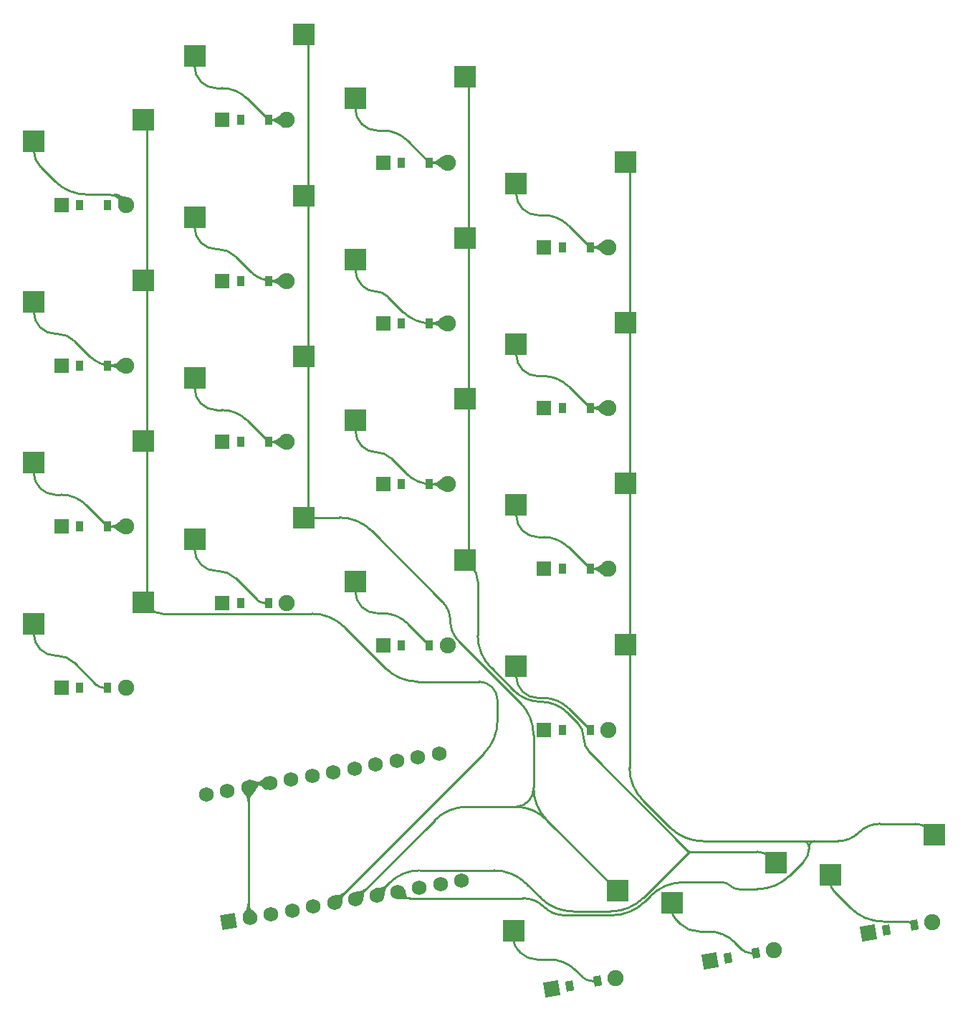
<source format=gbr>
%TF.GenerationSoftware,KiCad,Pcbnew,(6.0.6)*%
%TF.CreationDate,2022-07-20T03:50:55+02:00*%
%TF.ProjectId,macropad_routed_rounded_jlc,6d616372-6f70-4616-945f-726f75746564,v1.0.0*%
%TF.SameCoordinates,Original*%
%TF.FileFunction,Copper,L2,Bot*%
%TF.FilePolarity,Positive*%
%FSLAX46Y46*%
G04 Gerber Fmt 4.6, Leading zero omitted, Abs format (unit mm)*
G04 Created by KiCad (PCBNEW (6.0.6)) date 2022-07-20 03:50:55*
%MOMM*%
%LPD*%
G01*
G04 APERTURE LIST*
G04 Aperture macros list*
%AMRotRect*
0 Rectangle, with rotation*
0 The origin of the aperture is its center*
0 $1 length*
0 $2 width*
0 $3 Rotation angle, in degrees counterclockwise*
0 Add horizontal line*
21,1,$1,$2,0,0,$3*%
G04 Aperture macros list end*
%TA.AperFunction,ComponentPad*%
%ADD10RotRect,1.752600X1.752600X10.000000*%
%TD*%
%TA.AperFunction,ComponentPad*%
%ADD11C,1.752600*%
%TD*%
%TA.AperFunction,SMDPad,CuDef*%
%ADD12R,2.550000X2.500000*%
%TD*%
%TA.AperFunction,ComponentPad*%
%ADD13C,1.905000*%
%TD*%
%TA.AperFunction,SMDPad,CuDef*%
%ADD14R,0.900000X1.200000*%
%TD*%
%TA.AperFunction,ComponentPad*%
%ADD15R,1.778000X1.778000*%
%TD*%
%TA.AperFunction,SMDPad,CuDef*%
%ADD16RotRect,0.900000X1.200000X10.000000*%
%TD*%
%TA.AperFunction,ComponentPad*%
%ADD17RotRect,1.778000X1.778000X10.000000*%
%TD*%
%TA.AperFunction,Conductor*%
%ADD18C,0.250000*%
%TD*%
G04 APERTURE END LIST*
D10*
%TO.P,MCU1,1*%
%TO.N,RAW*%
X87073685Y-162740100D03*
D11*
%TO.P,MCU1,2*%
%TO.N,GND*%
X89575096Y-162299034D03*
%TO.P,MCU1,3*%
%TO.N,RST*%
X92076508Y-161857967D03*
%TO.P,MCU1,4*%
%TO.N,VCC*%
X94577920Y-161416901D03*
%TO.P,MCU1,5*%
%TO.N,P21*%
X97079332Y-160975835D03*
%TO.P,MCU1,6*%
%TO.N,P20*%
X99580743Y-160534768D03*
%TO.P,MCU1,7*%
%TO.N,P19*%
X102082155Y-160093702D03*
%TO.P,MCU1,8*%
%TO.N,P18*%
X104583567Y-159652636D03*
%TO.P,MCU1,9*%
%TO.N,P15*%
X107084978Y-159211569D03*
%TO.P,MCU1,10*%
%TO.N,P14*%
X109586390Y-158770503D03*
%TO.P,MCU1,11*%
%TO.N,P16*%
X112087802Y-158329436D03*
%TO.P,MCU1,12*%
%TO.N,P10*%
X114589213Y-157888370D03*
%TO.P,MCU1,13*%
%TO.N,P1*%
X84427287Y-147731630D03*
%TO.P,MCU1,14*%
%TO.N,P0*%
X86928698Y-147290564D03*
%TO.P,MCU1,15*%
%TO.N,GND*%
X89430110Y-146849497D03*
%TO.P,MCU1,16*%
X91931522Y-146408431D03*
%TO.P,MCU1,17*%
%TO.N,P2*%
X94432933Y-145967364D03*
%TO.P,MCU1,18*%
%TO.N,P3*%
X96934345Y-145526298D03*
%TO.P,MCU1,19*%
%TO.N,P4*%
X99435757Y-145085232D03*
%TO.P,MCU1,20*%
%TO.N,P5*%
X101937168Y-144644165D03*
%TO.P,MCU1,21*%
%TO.N,P6*%
X104438580Y-144203099D03*
%TO.P,MCU1,22*%
%TO.N,P7*%
X106939992Y-143762033D03*
%TO.P,MCU1,23*%
%TO.N,P8*%
X109441404Y-143320966D03*
%TO.P,MCU1,24*%
%TO.N,P9*%
X111942815Y-142879900D03*
%TD*%
D12*
%TO.P,S7,1*%
%TO.N,c2_r3*%
X83053250Y-79560000D03*
%TO.P,S7,2*%
%TO.N,P19*%
X95980250Y-77020000D03*
%TD*%
D13*
%TO.P,D1,1*%
%TO.N,c1_r1*%
X74948250Y-135100000D03*
D14*
%TO.N,P6*%
X69488250Y-135100000D03*
%TO.P,D1,2*%
%TO.N,c1_r1*%
X72788250Y-135100000D03*
D15*
%TO.N,P6*%
X67328250Y-135100000D03*
%TD*%
D12*
%TO.P,S4,1*%
%TO.N,c1_r4*%
X64053250Y-70560000D03*
%TO.P,S4,2*%
%TO.N,P20*%
X76980250Y-68020000D03*
%TD*%
%TO.P,S3,1*%
%TO.N,c1_r3*%
X64053250Y-89560000D03*
%TO.P,S3,2*%
%TO.N,P20*%
X76980250Y-87020000D03*
%TD*%
%TO.P,S8,1*%
%TO.N,c2_r4*%
X83053250Y-60560000D03*
%TO.P,S8,2*%
%TO.N,P19*%
X95980250Y-58020000D03*
%TD*%
D13*
%TO.P,D16,1*%
%TO.N,c4_r4*%
X131948250Y-83100000D03*
D14*
%TO.N,P3*%
X126488250Y-83100000D03*
D15*
%TO.P,D16,2*%
X124328250Y-83100000D03*
D14*
%TO.N,c4_r4*%
X129788250Y-83100000D03*
%TD*%
D13*
%TO.P,D10,1*%
%TO.N,c3_r2*%
X112948250Y-111100000D03*
D14*
%TO.N,P5*%
X107488250Y-111100000D03*
D15*
%TO.P,D10,2*%
X105328250Y-111100000D03*
D14*
%TO.N,c3_r2*%
X110788250Y-111100000D03*
%TD*%
%TO.P,D6,1*%
%TO.N,P5*%
X88488250Y-106100000D03*
D13*
%TO.N,c2_r2*%
X93948250Y-106100000D03*
D14*
%TO.P,D6,2*%
X91788250Y-106100000D03*
D15*
%TO.N,P5*%
X86328250Y-106100000D03*
%TD*%
D12*
%TO.P,S13,1*%
%TO.N,c4_r1*%
X121053250Y-132560000D03*
%TO.P,S13,2*%
%TO.N,P15*%
X133980250Y-130020000D03*
%TD*%
D14*
%TO.P,D8,1*%
%TO.N,P3*%
X88488250Y-68100000D03*
D13*
%TO.N,c2_r4*%
X93948250Y-68100000D03*
D14*
%TO.P,D8,2*%
X91788250Y-68100000D03*
D15*
%TO.N,P3*%
X86328250Y-68100000D03*
%TD*%
D12*
%TO.P,S5,1*%
%TO.N,c2_r1*%
X83053250Y-117560000D03*
%TO.P,S5,2*%
%TO.N,P19*%
X95980250Y-115020000D03*
%TD*%
D13*
%TO.P,D7,1*%
%TO.N,c2_r3*%
X93948250Y-87100000D03*
D14*
%TO.N,P4*%
X88488250Y-87100000D03*
D15*
%TO.P,D7,2*%
X86328250Y-87100000D03*
D14*
%TO.N,c2_r3*%
X91788250Y-87100000D03*
%TD*%
D13*
%TO.P,D19,1*%
%TO.N,c7_r5*%
X170181304Y-162763808D03*
D16*
%TO.N,P2*%
X164804253Y-163711927D03*
%TO.P,D19,2*%
%TO.N,c7_r5*%
X168054119Y-163138889D03*
D17*
%TO.N,P2*%
X162677068Y-164087008D03*
%TD*%
D12*
%TO.P,S2,1*%
%TO.N,c1_r2*%
X64053250Y-108560000D03*
%TO.P,S2,2*%
%TO.N,P20*%
X76980250Y-106020000D03*
%TD*%
D13*
%TO.P,D15,1*%
%TO.N,c4_r3*%
X131948250Y-102100000D03*
D14*
%TO.N,P4*%
X126488250Y-102100000D03*
D15*
%TO.P,D15,2*%
X124328250Y-102100000D03*
D14*
%TO.N,c4_r3*%
X129788250Y-102100000D03*
%TD*%
D12*
%TO.P,S9,1*%
%TO.N,c3_r1*%
X102053250Y-122560000D03*
%TO.P,S9,2*%
%TO.N,P18*%
X114980250Y-120020000D03*
%TD*%
%TO.P,S17,1*%
%TO.N,c5_r5*%
X120719821Y-163828886D03*
%TO.P,S17,2*%
%TO.N,P19*%
X133009364Y-159082724D03*
%TD*%
D14*
%TO.P,D14,1*%
%TO.N,P5*%
X126488250Y-121100000D03*
D13*
%TO.N,c4_r2*%
X131948250Y-121100000D03*
D14*
%TO.P,D14,2*%
X129788250Y-121100000D03*
D15*
%TO.N,P5*%
X124328250Y-121100000D03*
%TD*%
D12*
%TO.P,S14,1*%
%TO.N,c4_r2*%
X121053250Y-113560000D03*
%TO.P,S14,2*%
%TO.N,P15*%
X133980250Y-111020000D03*
%TD*%
D14*
%TO.P,D4,1*%
%TO.N,P3*%
X69488250Y-78100000D03*
D13*
%TO.N,c1_r4*%
X74948250Y-78100000D03*
D14*
%TO.P,D4,2*%
X72788250Y-78100000D03*
D15*
%TO.N,P3*%
X67328250Y-78100000D03*
%TD*%
D14*
%TO.P,D5,1*%
%TO.N,P6*%
X88488250Y-125100000D03*
D13*
%TO.N,c2_r1*%
X93948250Y-125100000D03*
D15*
%TO.P,D5,2*%
%TO.N,P6*%
X86328250Y-125100000D03*
D14*
%TO.N,c2_r1*%
X91788250Y-125100000D03*
%TD*%
%TO.P,D12,1*%
%TO.N,P3*%
X107488250Y-73100000D03*
D13*
%TO.N,c3_r4*%
X112948250Y-73100000D03*
D14*
%TO.P,D12,2*%
X110788250Y-73100000D03*
D15*
%TO.N,P3*%
X105328250Y-73100000D03*
%TD*%
D12*
%TO.P,S1,1*%
%TO.N,c1_r1*%
X64053250Y-127560000D03*
%TO.P,S1,2*%
%TO.N,P20*%
X76980250Y-125020000D03*
%TD*%
%TO.P,S12,1*%
%TO.N,c3_r4*%
X102053250Y-65560000D03*
%TO.P,S12,2*%
%TO.N,P18*%
X114980250Y-63020000D03*
%TD*%
%TO.P,S19,1*%
%TO.N,c7_r5*%
X158142516Y-157230255D03*
%TO.P,S19,2*%
%TO.N,P15*%
X170432059Y-152484093D03*
%TD*%
D13*
%TO.P,D17,1*%
%TO.N,c5_r5*%
X132758609Y-169362439D03*
D16*
%TO.N,P2*%
X127381558Y-170310558D03*
%TO.P,D17,2*%
%TO.N,c5_r5*%
X130631424Y-169737520D03*
D17*
%TO.N,P2*%
X125254373Y-170685639D03*
%TD*%
D12*
%TO.P,S6,1*%
%TO.N,c2_r2*%
X83053250Y-98560000D03*
%TO.P,S6,2*%
%TO.N,P19*%
X95980250Y-96020000D03*
%TD*%
D13*
%TO.P,D3,1*%
%TO.N,c1_r3*%
X74948250Y-97100000D03*
D14*
%TO.N,P4*%
X69488250Y-97100000D03*
%TO.P,D3,2*%
%TO.N,c1_r3*%
X72788250Y-97100000D03*
D15*
%TO.N,P4*%
X67328250Y-97100000D03*
%TD*%
D12*
%TO.P,S15,1*%
%TO.N,c4_r3*%
X121053250Y-94560000D03*
%TO.P,S15,2*%
%TO.N,P15*%
X133980250Y-92020000D03*
%TD*%
D13*
%TO.P,D13,1*%
%TO.N,c4_r1*%
X131948250Y-140100000D03*
D14*
%TO.N,P6*%
X126488250Y-140100000D03*
%TO.P,D13,2*%
%TO.N,c4_r1*%
X129788250Y-140100000D03*
D15*
%TO.N,P6*%
X124328250Y-140100000D03*
%TD*%
D12*
%TO.P,S16,1*%
%TO.N,c4_r4*%
X121053250Y-75560000D03*
%TO.P,S16,2*%
%TO.N,P15*%
X133980250Y-73020000D03*
%TD*%
D13*
%TO.P,D11,1*%
%TO.N,c3_r3*%
X112948250Y-92100000D03*
D14*
%TO.N,P4*%
X107488250Y-92100000D03*
D15*
%TO.P,D11,2*%
X105328250Y-92100000D03*
D14*
%TO.N,c3_r3*%
X110788250Y-92100000D03*
%TD*%
D13*
%TO.P,D2,1*%
%TO.N,c1_r2*%
X74948250Y-116100000D03*
D14*
%TO.N,P5*%
X69488250Y-116100000D03*
D15*
%TO.P,D2,2*%
X67328250Y-116100000D03*
D14*
%TO.N,c1_r2*%
X72788250Y-116100000D03*
%TD*%
D12*
%TO.P,S18,1*%
%TO.N,c6_r5*%
X139431168Y-160529571D03*
%TO.P,S18,2*%
%TO.N,P18*%
X151720711Y-155783409D03*
%TD*%
D14*
%TO.P,D9,1*%
%TO.N,P6*%
X107488250Y-130100000D03*
D13*
%TO.N,c3_r1*%
X112948250Y-130100000D03*
D15*
%TO.P,D9,2*%
%TO.N,P6*%
X105328250Y-130100000D03*
D14*
%TO.N,c3_r1*%
X110788250Y-130100000D03*
%TD*%
D12*
%TO.P,S10,1*%
%TO.N,c3_r2*%
X102053250Y-103560000D03*
%TO.P,S10,2*%
%TO.N,P18*%
X114980250Y-101020000D03*
%TD*%
D13*
%TO.P,D18,1*%
%TO.N,c6_r5*%
X151469956Y-166063123D03*
D16*
%TO.N,P2*%
X146092905Y-167011242D03*
D17*
%TO.P,D18,2*%
X143965720Y-167386323D03*
D16*
%TO.N,c6_r5*%
X149342771Y-166438204D03*
%TD*%
D12*
%TO.P,S11,1*%
%TO.N,c3_r3*%
X102053250Y-84560000D03*
%TO.P,S11,2*%
%TO.N,P18*%
X114980250Y-82020000D03*
%TD*%
D18*
%TO.N,c1_r1*%
X68868008Y-132191924D02*
X71418229Y-134742145D01*
X72282167Y-135100000D02*
X72788250Y-135100000D01*
X64053250Y-128769177D02*
X64053250Y-127560000D01*
X66776084Y-131325421D02*
X66609493Y-131325421D01*
X66609493Y-131325432D02*
G75*
G02*
X64801956Y-130576714I7J2556232D01*
G01*
X66776084Y-131325418D02*
G75*
G02*
X68868008Y-132191924I16J-2958382D01*
G01*
X72282167Y-135100021D02*
G75*
G02*
X71418229Y-134742145I33J1221821D01*
G01*
X64801943Y-130576727D02*
G75*
G02*
X64053250Y-128769177I1807557J1807527D01*
G01*
%TO.N,P20*%
X116656443Y-134400480D02*
X109455671Y-134400480D01*
X77211960Y-68251710D02*
X76980250Y-68020000D01*
X118840149Y-139021398D02*
X118840149Y-136584185D01*
X100772031Y-127970803D02*
X105607915Y-132806687D01*
X77443671Y-68811109D02*
X77443671Y-86228890D01*
X77211960Y-125251710D02*
X77658755Y-125698505D01*
X77443671Y-124228890D02*
X77443671Y-106811109D01*
X117246356Y-142869154D02*
X99580743Y-160534768D01*
X77443671Y-105228890D02*
X77443671Y-87811109D01*
X96924275Y-126377011D02*
X79296812Y-126377011D01*
X77211957Y-124788286D02*
G75*
G03*
X77443671Y-124228890I-559357J559386D01*
G01*
X118840146Y-136584185D02*
G75*
G03*
X118200556Y-135040072I-2183746J-15D01*
G01*
X79296812Y-126376987D02*
G75*
G02*
X77658756Y-125698504I-12J2316587D01*
G01*
X77211957Y-86788286D02*
G75*
G03*
X77443671Y-86228890I-559357J559386D01*
G01*
X117246357Y-142869155D02*
G75*
G03*
X118840149Y-139021398I-3847757J3847755D01*
G01*
X96924275Y-126377040D02*
G75*
G02*
X100772031Y-127970803I25J-5441560D01*
G01*
X77211960Y-106251710D02*
G75*
G02*
X77211960Y-105788289I231740J231710D01*
G01*
X77443675Y-106811109D02*
G75*
G03*
X77211959Y-106251711I-791075J9D01*
G01*
X77211960Y-125251710D02*
G75*
G02*
X77211960Y-124788289I231740J231710D01*
G01*
X116656443Y-134400454D02*
G75*
G02*
X118200556Y-135040072I-43J-2183746D01*
G01*
X77211957Y-105788286D02*
G75*
G03*
X77443671Y-105228890I-559357J559386D01*
G01*
X77443675Y-68811109D02*
G75*
G03*
X77211959Y-68251711I-791075J9D01*
G01*
X77211960Y-87251710D02*
G75*
G02*
X77211960Y-86788289I231740J231710D01*
G01*
X77443675Y-87811109D02*
G75*
G03*
X77211959Y-87251711I-791075J9D01*
G01*
X109455671Y-134400491D02*
G75*
G02*
X105607915Y-132806687I29J5441591D01*
G01*
%TO.N,c1_r2*%
X72788796Y-116100000D02*
X74948250Y-116100000D01*
X70238768Y-113549972D02*
X72788796Y-116100000D01*
X64053250Y-109769177D02*
X64053250Y-108560000D01*
X67282440Y-112325421D02*
X66609493Y-112325421D01*
X67282440Y-112325393D02*
G75*
G02*
X70238768Y-113549972I-40J-4180907D01*
G01*
X64801943Y-111576727D02*
G75*
G02*
X64053250Y-109769177I1807557J1807527D01*
G01*
X66609493Y-112325432D02*
G75*
G02*
X64801956Y-111576714I7J2556232D01*
G01*
%TO.N,c1_r3*%
X73362167Y-97100000D02*
X74948250Y-97100000D01*
X64053250Y-90769177D02*
X64053250Y-89560000D01*
X66609493Y-93325421D02*
X66776084Y-93325421D01*
X70654553Y-95978469D02*
X68868008Y-94191924D01*
X66609493Y-93325432D02*
G75*
G02*
X64801956Y-92576714I7J2556232D01*
G01*
X73362167Y-97100006D02*
G75*
G02*
X70654553Y-95978469I33J3829206D01*
G01*
X64801943Y-92576727D02*
G75*
G02*
X64053250Y-90769177I1807557J1807527D01*
G01*
X66776084Y-93325418D02*
G75*
G02*
X68868008Y-94191924I16J-2958382D01*
G01*
%TO.N,c1_r4*%
X70365694Y-76886489D02*
X72876657Y-76886489D01*
X74341494Y-77493244D02*
X74948250Y-78100000D01*
X66517938Y-75292696D02*
X64855111Y-73629869D01*
X64053250Y-71694004D02*
X64053250Y-70560000D01*
X64855108Y-73629872D02*
G75*
G02*
X64053250Y-71694004I1935892J1935872D01*
G01*
X72876657Y-76886525D02*
G75*
G02*
X74341494Y-77493244I43J-2071575D01*
G01*
X70365694Y-76886481D02*
G75*
G02*
X66517938Y-75292696I6J5441581D01*
G01*
%TO.N,c2_r1*%
X85609493Y-121325421D02*
X85776084Y-121325421D01*
X90418229Y-124742145D02*
X87868008Y-122191924D01*
X91282167Y-125100000D02*
X91788250Y-125100000D01*
X83053250Y-118769177D02*
X83053250Y-117560000D01*
X85609493Y-121325432D02*
G75*
G02*
X83801956Y-120576714I7J2556232D01*
G01*
X85776084Y-121325418D02*
G75*
G02*
X87868008Y-122191924I16J-2958382D01*
G01*
X83801943Y-120576727D02*
G75*
G02*
X83053250Y-118769177I1807557J1807527D01*
G01*
X91282167Y-125100021D02*
G75*
G02*
X90418229Y-124742145I33J1221821D01*
G01*
%TO.N,P19*%
X96443671Y-76228890D02*
X96443671Y-58811109D01*
X96211960Y-58251710D02*
X95980250Y-58020000D01*
X121506207Y-136851990D02*
X114239054Y-129584837D01*
X96443671Y-96811109D02*
X96443671Y-114228890D01*
X112306187Y-124918483D02*
X104001496Y-116613792D01*
X111408704Y-150767152D02*
X102082155Y-160093702D01*
X123100000Y-146919396D02*
X123100000Y-140699746D01*
X96307938Y-115020000D02*
X100153740Y-115020000D01*
X121100001Y-149173360D02*
X115256460Y-149173360D01*
X124693792Y-150767152D02*
X133009364Y-159082724D01*
X96443671Y-95228890D02*
X96443671Y-77811109D01*
X96443675Y-58811109D02*
G75*
G03*
X96211959Y-58251711I-791075J9D01*
G01*
X96211960Y-96251710D02*
G75*
G02*
X96211960Y-95788289I231740J231710D01*
G01*
X100153740Y-115019987D02*
G75*
G02*
X104001495Y-116613793I-40J-5441613D01*
G01*
X113272645Y-127251660D02*
G75*
G03*
X112306186Y-124918484I-3299645J-40D01*
G01*
X124693780Y-150767164D02*
G75*
G02*
X123100000Y-146919396I3847820J3847764D01*
G01*
X96211960Y-77251710D02*
G75*
G02*
X96211960Y-76788289I231740J231710D01*
G01*
X96443675Y-96811109D02*
G75*
G03*
X96211959Y-96251711I-791075J9D01*
G01*
X111408726Y-150767174D02*
G75*
G02*
X115256460Y-149173360I3847774J-3847726D01*
G01*
X123100066Y-146919392D02*
G75*
G02*
X121100001Y-149173359I-2135066J-119808D01*
G01*
X96211957Y-114788286D02*
G75*
G03*
X96443671Y-114228890I-559357J559386D01*
G01*
X96443675Y-77811109D02*
G75*
G03*
X96211959Y-77251711I-791075J9D01*
G01*
X121100000Y-149173386D02*
G75*
G02*
X124693791Y-150767153I-133400J-5149514D01*
G01*
X123099952Y-140699746D02*
G75*
G03*
X121506207Y-136851990I-5441552J46D01*
G01*
X96307938Y-115020029D02*
G75*
G02*
X96211961Y-114788290I-38J135729D01*
G01*
X114239041Y-129584850D02*
G75*
G02*
X113272621Y-127251660I2333159J2333150D01*
G01*
X96211957Y-76788286D02*
G75*
G03*
X96443671Y-76228890I-559357J559386D01*
G01*
X96211957Y-95788286D02*
G75*
G03*
X96443671Y-95228890I-559357J559386D01*
G01*
%TO.N,c2_r2*%
X91788796Y-106100000D02*
X89238768Y-103549972D01*
X85609493Y-102325421D02*
X86282440Y-102325421D01*
X83053250Y-99769177D02*
X83053250Y-98560000D01*
X91788796Y-106100000D02*
X93948250Y-106100000D01*
X83801943Y-101576727D02*
G75*
G02*
X83053250Y-99769177I1807557J1807527D01*
G01*
X86282440Y-102325393D02*
G75*
G02*
X89238768Y-103549972I-40J-4180907D01*
G01*
X85609493Y-102325432D02*
G75*
G02*
X83801956Y-101576714I7J2556232D01*
G01*
%TO.N,c2_r3*%
X83053250Y-80769177D02*
X83053250Y-79560000D01*
X87868008Y-84191924D02*
X89654553Y-85978469D01*
X92362167Y-87100000D02*
X93948250Y-87100000D01*
X85609493Y-83325421D02*
X85776084Y-83325421D01*
X85609493Y-83325432D02*
G75*
G02*
X83801956Y-82576714I7J2556232D01*
G01*
X83801943Y-82576727D02*
G75*
G02*
X83053250Y-80769177I1807557J1807527D01*
G01*
X92362167Y-87100006D02*
G75*
G02*
X89654553Y-85978469I33J3829206D01*
G01*
X85776084Y-83325418D02*
G75*
G02*
X87868008Y-84191924I16J-2958382D01*
G01*
%TO.N,c2_r4*%
X91788796Y-68100000D02*
X93948250Y-68100000D01*
X85609493Y-64325421D02*
X86282440Y-64325421D01*
X89238768Y-65549972D02*
X91788796Y-68100000D01*
X83053250Y-61769177D02*
X83053250Y-60560000D01*
X86282440Y-64325393D02*
G75*
G02*
X89238768Y-65549972I-40J-4180907D01*
G01*
X83801943Y-63576727D02*
G75*
G02*
X83053250Y-61769177I1807557J1807527D01*
G01*
X85609493Y-64325432D02*
G75*
G02*
X83801956Y-63576714I7J2556232D01*
G01*
%TO.N,c3_r1*%
X104609493Y-126325421D02*
X105282167Y-126325421D01*
X102053250Y-123769177D02*
X102053250Y-122560000D01*
X108238029Y-127549779D02*
X110788250Y-130100000D01*
X102801943Y-125576727D02*
G75*
G02*
X102053250Y-123769177I1807557J1807527D01*
G01*
X105282167Y-126325433D02*
G75*
G02*
X108238028Y-127549780I33J-4180167D01*
G01*
X104609493Y-126325432D02*
G75*
G02*
X102801956Y-125576714I7J2556232D01*
G01*
%TO.N,P18*%
X122281351Y-158281351D02*
X123936838Y-159936838D01*
X115443671Y-101811109D02*
X115443671Y-119228890D01*
X141491186Y-154482274D02*
X141544266Y-154482274D01*
X129745651Y-142763279D02*
X141445879Y-154463507D01*
X115443671Y-82811109D02*
X115443671Y-100228890D01*
X109645270Y-156687559D02*
X118433595Y-156687559D01*
X132215405Y-161530631D02*
X127784594Y-161530631D01*
X127147395Y-138094863D02*
X128281826Y-139229294D01*
X120774246Y-135455018D02*
X118099042Y-132779814D01*
X115014088Y-120028838D02*
X115755250Y-120770000D01*
X106066105Y-158170097D02*
X104583567Y-159652636D01*
X115211960Y-63251710D02*
X114980250Y-63020000D01*
X115211960Y-119788289D02*
X114989088Y-120011161D01*
X116505250Y-122580660D02*
X116505250Y-128932058D01*
X151070143Y-155132841D02*
X151720711Y-155783409D01*
X141498959Y-154501040D02*
X136063161Y-159936838D01*
X115443671Y-63811109D02*
X115443671Y-81228890D01*
X141544266Y-154482274D02*
X149499534Y-154482274D01*
X114992750Y-120020042D02*
G75*
G02*
X115014088Y-120028838I50J-30158D01*
G01*
X115211960Y-101251710D02*
G75*
G02*
X115211960Y-100788289I231740J231710D01*
G01*
X114992750Y-120019998D02*
G75*
G02*
X114989088Y-120011161I50J5198D01*
G01*
X123960821Y-136774913D02*
G75*
G02*
X120774246Y-135455018I-21J4506513D01*
G01*
X115211957Y-81788286D02*
G75*
G03*
X115443671Y-81228890I-559357J559386D01*
G01*
X127784594Y-161530640D02*
G75*
G02*
X123936838Y-159936838I6J5441540D01*
G01*
X129745653Y-142763277D02*
G75*
G02*
X129013739Y-140996287I1766947J1766977D01*
G01*
X149499534Y-154482235D02*
G75*
G02*
X151070143Y-155132841I-34J-2221165D01*
G01*
X115211957Y-100788286D02*
G75*
G03*
X115443671Y-100228890I-559357J559386D01*
G01*
X129013737Y-140996287D02*
G75*
G03*
X128281825Y-139229295I-2498937J-13D01*
G01*
X106066113Y-158170105D02*
G75*
G02*
X109645270Y-156687559I3579187J-3579195D01*
G01*
X141491186Y-154482283D02*
G75*
G02*
X141445879Y-154463507I14J64083D01*
G01*
X116505281Y-122580660D02*
G75*
G03*
X115755250Y-120770000I-2560681J-40D01*
G01*
X141491186Y-154482341D02*
G75*
G02*
X141498959Y-154501040I14J-10959D01*
G01*
X115443675Y-101811109D02*
G75*
G03*
X115211959Y-101251711I-791075J9D01*
G01*
X115211960Y-82251710D02*
G75*
G02*
X115211960Y-81788289I231740J231710D01*
G01*
X123960821Y-136774916D02*
G75*
G02*
X127147394Y-138094864I-21J-4506484D01*
G01*
X115211957Y-119788286D02*
G75*
G03*
X115443671Y-119228890I-559357J559386D01*
G01*
X115443675Y-82811109D02*
G75*
G03*
X115211959Y-82251711I-791075J9D01*
G01*
X118099021Y-132779835D02*
G75*
G02*
X116505250Y-128932058I3847779J3847735D01*
G01*
X118433595Y-156687560D02*
G75*
G02*
X122281351Y-158281351I5J-5441540D01*
G01*
X132215405Y-161530639D02*
G75*
G03*
X136063161Y-159936838I-5J5441539D01*
G01*
X141498986Y-154501067D02*
G75*
G02*
X141544266Y-154482274I45314J-45233D01*
G01*
X115443675Y-63811109D02*
G75*
G03*
X115211959Y-63251711I-791075J9D01*
G01*
%TO.N,c3_r2*%
X102053250Y-104769177D02*
X102053250Y-103560000D01*
X111139125Y-111100000D02*
X112948250Y-111100000D01*
X102841874Y-106616632D02*
X102801956Y-106576714D01*
X108050755Y-109820755D02*
X106264209Y-108034209D01*
X102801943Y-106576727D02*
G75*
G02*
X102053250Y-104769177I1807557J1807527D01*
G01*
X104553042Y-107325398D02*
G75*
G02*
X106264209Y-108034209I-42J-2420002D01*
G01*
X111139125Y-111099986D02*
G75*
G02*
X108050755Y-109820755I-25J4367586D01*
G01*
X104553042Y-107325401D02*
G75*
G02*
X102841875Y-106616631I-42J2419901D01*
G01*
%TO.N,c3_r3*%
X102801956Y-87576714D02*
X102944404Y-87719162D01*
X102053250Y-85769177D02*
X102053250Y-84560000D01*
X107658224Y-90718224D02*
X105871679Y-88931679D01*
X110994125Y-92100000D02*
X112948250Y-92100000D01*
X102801943Y-87576727D02*
G75*
G02*
X102053250Y-85769177I1807557J1807527D01*
G01*
X104408042Y-88325387D02*
G75*
G02*
X105871679Y-88931679I-42J-2069913D01*
G01*
X110994125Y-92099975D02*
G75*
G02*
X107658224Y-90718224I-25J4717675D01*
G01*
X104408042Y-88325383D02*
G75*
G02*
X102944405Y-87719161I-42J2069883D01*
G01*
%TO.N,c3_r4*%
X108238768Y-70549972D02*
X110788796Y-73100000D01*
X105282440Y-69325421D02*
X104609493Y-69325421D01*
X110788796Y-73100000D02*
X112948250Y-73100000D01*
X102053250Y-66769177D02*
X102053250Y-65560000D01*
X104609493Y-69325432D02*
G75*
G02*
X102801956Y-68576714I7J2556232D01*
G01*
X105282440Y-69325393D02*
G75*
G02*
X108238768Y-70549972I-40J-4180907D01*
G01*
X102801943Y-68576727D02*
G75*
G02*
X102053250Y-66769177I1807557J1807527D01*
G01*
%TO.N,c4_r1*%
X121053250Y-133769177D02*
X121053250Y-132560000D01*
X127238029Y-137549779D02*
X129788250Y-140100000D01*
X124282167Y-136325421D02*
X123609493Y-136325421D01*
X121801943Y-135576727D02*
G75*
G02*
X121053250Y-133769177I1807557J1807527D01*
G01*
X123609493Y-136325432D02*
G75*
G02*
X121801956Y-135576714I7J2556232D01*
G01*
X124282167Y-136325433D02*
G75*
G02*
X127238028Y-137549780I33J-4180167D01*
G01*
%TO.N,P15*%
X134443671Y-91228890D02*
X134443671Y-73811109D01*
X164022242Y-151182958D02*
X168210882Y-151182958D01*
X155643220Y-154130851D02*
X155643220Y-153876780D01*
X134443671Y-130811109D02*
X134443671Y-144571617D01*
X157593220Y-153226780D02*
X159088019Y-153226780D01*
X134211960Y-73251710D02*
X133980250Y-73020000D01*
X134443671Y-111811109D02*
X134443671Y-129228890D01*
X149524178Y-158900000D02*
X147325336Y-158900000D01*
X154993220Y-153226780D02*
X156293220Y-153226780D01*
X157593220Y-153226780D02*
X156293220Y-153226780D01*
X136249358Y-160386357D02*
X136955572Y-159680144D01*
X107464850Y-159591441D02*
X107084978Y-159211569D01*
X145361015Y-158086352D02*
X140803329Y-158086352D01*
X155003945Y-155674196D02*
X153371934Y-157306207D01*
X139251077Y-151632987D02*
X136037463Y-148419373D01*
X169781491Y-151833525D02*
X170432059Y-152484093D01*
X134443671Y-92811109D02*
X134443671Y-110228890D01*
X154993220Y-153226780D02*
X143098833Y-153226780D01*
X132401602Y-161980151D02*
X126736465Y-161980151D01*
X108381943Y-159971314D02*
X121886703Y-159971314D01*
X134211957Y-110788286D02*
G75*
G03*
X134443671Y-110228890I-559357J559386D01*
G01*
X136955559Y-159680131D02*
G75*
G02*
X140803329Y-158086352I3847741J-3847769D01*
G01*
X134211960Y-130251710D02*
G75*
G02*
X134211960Y-129788289I231740J231710D01*
G01*
X108381943Y-159971268D02*
G75*
G02*
X107464851Y-159591440I-43J1296968D01*
G01*
X143098833Y-153226747D02*
G75*
G02*
X139251077Y-151632987I-33J5441547D01*
G01*
X126736465Y-161980189D02*
G75*
G02*
X124311584Y-160975732I35J3429289D01*
G01*
X134211960Y-111251710D02*
G75*
G02*
X134211960Y-110788289I231740J231710D01*
G01*
X159088019Y-153226776D02*
G75*
G03*
X161555130Y-152204868I-19J3489076D01*
G01*
X134211957Y-129788286D02*
G75*
G03*
X134443671Y-129228890I-559357J559386D01*
G01*
X132401602Y-161980150D02*
G75*
G03*
X136249357Y-160386356I-2J5441550D01*
G01*
X121886703Y-159971308D02*
G75*
G02*
X124311584Y-160975732I-3J-3429292D01*
G01*
X161555106Y-152204844D02*
G75*
G02*
X164022242Y-151182958I2467094J-2467156D01*
G01*
X134443675Y-73811109D02*
G75*
G03*
X134211959Y-73251711I-791075J9D01*
G01*
X136037476Y-148419360D02*
G75*
G02*
X134443671Y-144571617I3847724J3847760D01*
G01*
X149524178Y-158899969D02*
G75*
G03*
X153371934Y-157306207I22J5441569D01*
G01*
X168210882Y-151182961D02*
G75*
G02*
X169781490Y-151833526I18J-2221139D01*
G01*
X134443675Y-111811109D02*
G75*
G03*
X134211959Y-111251711I-791075J9D01*
G01*
X134211957Y-91788286D02*
G75*
G03*
X134443671Y-91228890I-559357J559386D01*
G01*
X155003920Y-155674171D02*
G75*
G03*
X155643220Y-154130851I-1543320J1543371D01*
G01*
X155643180Y-153876780D02*
G75*
G02*
X156293220Y-153226780I650020J-20D01*
G01*
X147325336Y-158899969D02*
G75*
G02*
X146343177Y-158493175I-36J1388969D01*
G01*
X134211960Y-92251710D02*
G75*
G02*
X134211960Y-91788289I231740J231710D01*
G01*
X134443675Y-130811109D02*
G75*
G03*
X134211959Y-130251711I-791075J9D01*
G01*
X134443675Y-92811109D02*
G75*
G03*
X134211959Y-92251711I-791075J9D01*
G01*
X145361015Y-158086331D02*
G75*
G02*
X146343175Y-158493177I-15J-1388969D01*
G01*
X154993220Y-153226780D02*
G75*
G02*
X155643220Y-153876780I-20J-650020D01*
G01*
%TO.N,c4_r2*%
X121053250Y-114769177D02*
X121053250Y-113560000D01*
X129788796Y-121100000D02*
X127238768Y-118549972D01*
X129788796Y-121100000D02*
X131948250Y-121100000D01*
X123609493Y-117325421D02*
X124282440Y-117325421D01*
X121801943Y-116576727D02*
G75*
G02*
X121053250Y-114769177I1807557J1807527D01*
G01*
X123609493Y-117325432D02*
G75*
G02*
X121801956Y-116576714I7J2556232D01*
G01*
X124282440Y-117325393D02*
G75*
G02*
X127238768Y-118549972I-40J-4180907D01*
G01*
%TO.N,c4_r3*%
X129788796Y-102100000D02*
X131948250Y-102100000D01*
X129788796Y-102100000D02*
X127238768Y-99549972D01*
X121053250Y-95769177D02*
X121053250Y-94560000D01*
X123609493Y-98325421D02*
X124282440Y-98325421D01*
X124282440Y-98325393D02*
G75*
G02*
X127238768Y-99549972I-40J-4180907D01*
G01*
X121801943Y-97576727D02*
G75*
G02*
X121053250Y-95769177I1807557J1807527D01*
G01*
X123609493Y-98325432D02*
G75*
G02*
X121801956Y-97576714I7J2556232D01*
G01*
%TO.N,c4_r4*%
X121053250Y-76769177D02*
X121053250Y-75560000D01*
X124282440Y-79325421D02*
X123609493Y-79325421D01*
X129788796Y-83100000D02*
X131948250Y-83100000D01*
X127238768Y-80549972D02*
X129788796Y-83100000D01*
X124282440Y-79325393D02*
G75*
G02*
X127238768Y-80549972I-40J-4180907D01*
G01*
X123609493Y-79325432D02*
G75*
G02*
X121801956Y-78576714I7J2556232D01*
G01*
X121801943Y-78576727D02*
G75*
G02*
X121053250Y-76769177I1807557J1807527D01*
G01*
%TO.N,c5_r5*%
X128862202Y-169275392D02*
X128059347Y-168472537D01*
X129977877Y-169737520D02*
X130631424Y-169737520D01*
X121533687Y-166393687D02*
X121338870Y-166198870D01*
X120719821Y-164704353D02*
X120719821Y-163828886D01*
X123498535Y-167207554D02*
X125005407Y-167207554D01*
X123498535Y-167207517D02*
G75*
G02*
X121533687Y-166393687I-35J2778717D01*
G01*
X121338844Y-166198896D02*
G75*
G02*
X120719821Y-164704353I1494556J1494496D01*
G01*
X125005407Y-167207556D02*
G75*
G02*
X128059347Y-168472537I-7J-4318944D01*
G01*
X129977877Y-169737531D02*
G75*
G02*
X128862202Y-169275392I23J1577831D01*
G01*
%TO.N,c6_r5*%
X147711591Y-166012133D02*
X146872679Y-165173221D01*
X139431168Y-161264895D02*
X139431168Y-160529571D01*
X140385177Y-162954229D02*
X139951120Y-162520172D01*
X148740216Y-166438204D02*
X149342771Y-166438204D01*
X142688360Y-163908239D02*
X143818741Y-163908239D01*
X142688360Y-163908253D02*
G75*
G02*
X140385177Y-162954229I40J3257253D01*
G01*
X143818741Y-163908222D02*
G75*
G02*
X146872679Y-165173221I-41J-4318978D01*
G01*
X148740216Y-166438189D02*
G75*
G02*
X147711592Y-166012132I-16J1454689D01*
G01*
X139951117Y-162520175D02*
G75*
G02*
X139431168Y-161264895I1255283J1255275D01*
G01*
%TO.N,c7_r5*%
X158142516Y-157965579D02*
X158142516Y-157230255D01*
X167843865Y-162928635D02*
X168054119Y-163138889D01*
X167336266Y-162718381D02*
X164413956Y-162718381D01*
X158662468Y-159220856D02*
X160566200Y-161124588D01*
X164413956Y-162718402D02*
G75*
G02*
X160566200Y-161124588I44J5441602D01*
G01*
X158662467Y-159220857D02*
G75*
G02*
X158142516Y-157965579I1255233J1255257D01*
G01*
X167336266Y-162718395D02*
G75*
G02*
X167843865Y-162928635I34J-717805D01*
G01*
%TO.N,GND*%
X89430110Y-162051527D02*
X89430110Y-147161377D01*
X90183056Y-146408431D02*
X91931522Y-146408431D01*
X89502603Y-162226541D02*
X89575096Y-162299034D01*
X89650660Y-146628981D02*
G75*
G02*
X90183056Y-146408431I532440J-532419D01*
G01*
X89502620Y-162226524D02*
G75*
G02*
X89430110Y-162051527I174980J175024D01*
G01*
X89430078Y-147161377D02*
G75*
G02*
X89650643Y-146628964I752922J-23D01*
G01*
%TD*%
%TA.AperFunction,Conductor*%
%TO.N,P19*%
G36*
X103236442Y-158778350D02*
G01*
X103397508Y-158939416D01*
X103400935Y-158947689D01*
X103397925Y-158955522D01*
X103267081Y-159100678D01*
X103168969Y-159241620D01*
X103103356Y-159373935D01*
X103062575Y-159501466D01*
X103038958Y-159628054D01*
X103038936Y-159628260D01*
X103024835Y-159757539D01*
X103012555Y-159893574D01*
X103012514Y-159893957D01*
X102994450Y-160040159D01*
X102994319Y-160040978D01*
X102962854Y-160201266D01*
X102962599Y-160202308D01*
X102912343Y-160373056D01*
X102906721Y-160380024D01*
X102901351Y-160381450D01*
X102141638Y-160396301D01*
X101784502Y-160403282D01*
X101776163Y-160400017D01*
X101772575Y-160391355D01*
X101789964Y-159501819D01*
X101794407Y-159274508D01*
X101797995Y-159266305D01*
X101802801Y-159263514D01*
X101973543Y-159213259D01*
X101974593Y-159213002D01*
X102027202Y-159202674D01*
X102134891Y-159181535D01*
X102135684Y-159181408D01*
X102245649Y-159167821D01*
X102281899Y-159163342D01*
X102282282Y-159163301D01*
X102418317Y-159151021D01*
X102547802Y-159136898D01*
X102547998Y-159136861D01*
X102548001Y-159136861D01*
X102674037Y-159113347D01*
X102674039Y-159113346D01*
X102674390Y-159113281D01*
X102801921Y-159072500D01*
X102934236Y-159006887D01*
X103075178Y-158908775D01*
X103219871Y-158778350D01*
X103220335Y-158777932D01*
X103228775Y-158774939D01*
X103236442Y-158778350D01*
G37*
%TD.AperFunction*%
%TD*%
%TA.AperFunction,Conductor*%
%TO.N,c1_r3*%
G36*
X74539253Y-96248701D02*
G01*
X74844157Y-96541912D01*
X75294516Y-96975000D01*
X75415731Y-97091567D01*
X75419319Y-97099771D01*
X75415731Y-97108433D01*
X75122421Y-97390495D01*
X74539253Y-97951299D01*
X74530914Y-97954564D01*
X74525532Y-97953133D01*
X74353867Y-97859318D01*
X74352923Y-97858742D01*
X74204815Y-97758560D01*
X74204126Y-97758056D01*
X74077514Y-97658220D01*
X74077200Y-97657964D01*
X73963072Y-97561378D01*
X73852692Y-97471230D01*
X73737249Y-97390672D01*
X73736921Y-97390500D01*
X73736913Y-97390495D01*
X73669660Y-97355205D01*
X73607788Y-97322738D01*
X73607371Y-97322595D01*
X73607364Y-97322592D01*
X73455771Y-97270603D01*
X73455354Y-97270460D01*
X73270993Y-97236870D01*
X73109668Y-97228368D01*
X73056834Y-97225584D01*
X73048753Y-97221726D01*
X73045750Y-97213900D01*
X73045750Y-96986100D01*
X73049177Y-96977827D01*
X73056834Y-96974416D01*
X73125245Y-96970810D01*
X73270993Y-96963129D01*
X73455354Y-96929539D01*
X73455771Y-96929396D01*
X73607364Y-96877407D01*
X73607371Y-96877404D01*
X73607788Y-96877261D01*
X73669660Y-96844794D01*
X73736913Y-96809504D01*
X73736921Y-96809499D01*
X73737249Y-96809327D01*
X73852692Y-96728769D01*
X73963072Y-96638621D01*
X74077200Y-96542035D01*
X74077514Y-96541779D01*
X74204126Y-96441943D01*
X74204815Y-96441439D01*
X74352923Y-96341257D01*
X74353867Y-96340681D01*
X74525532Y-96246867D01*
X74534435Y-96245907D01*
X74539253Y-96248701D01*
G37*
%TD.AperFunction*%
%TD*%
%TA.AperFunction,Conductor*%
%TO.N,GND*%
G36*
X89631769Y-145981859D02*
G01*
X89632862Y-145981958D01*
X89673498Y-145987570D01*
X89802505Y-146005386D01*
X89803581Y-146005586D01*
X89950472Y-146040107D01*
X89951319Y-146040340D01*
X90084247Y-146082330D01*
X90084677Y-146082475D01*
X90212302Y-146128298D01*
X90212347Y-146128314D01*
X90343001Y-146174178D01*
X90343019Y-146174184D01*
X90343145Y-146174228D01*
X90485457Y-146216420D01*
X90578618Y-146236349D01*
X90647884Y-146251166D01*
X90839023Y-146274744D01*
X91067476Y-146283431D01*
X91067476Y-146533431D01*
X90902186Y-146543998D01*
X90767878Y-146574590D01*
X90659112Y-146623541D01*
X90570449Y-146689185D01*
X90496450Y-146769856D01*
X90431676Y-146863890D01*
X90370688Y-146969620D01*
X90370650Y-146969691D01*
X90370639Y-146969710D01*
X90308821Y-147083947D01*
X90308046Y-147085380D01*
X90238436Y-147209286D01*
X90238171Y-147209730D01*
X90156046Y-147340331D01*
X89051021Y-147069193D01*
X89193848Y-146656262D01*
X89193849Y-146656260D01*
X89427261Y-145981435D01*
X89433204Y-145974737D01*
X89438819Y-145973571D01*
X89631769Y-145981859D01*
G37*
%TD.AperFunction*%
%TD*%
%TA.AperFunction,Conductor*%
%TO.N,c1_r4*%
G36*
X73737306Y-76772259D02*
G01*
X73738714Y-76772421D01*
X73902874Y-76801507D01*
X73904298Y-76801853D01*
X74042404Y-76844680D01*
X74043591Y-76845120D01*
X74163774Y-76897205D01*
X74164486Y-76897542D01*
X74213555Y-76922858D01*
X74274874Y-76954494D01*
X74350893Y-76994630D01*
X74382946Y-77011553D01*
X74382954Y-77011557D01*
X74383081Y-77011624D01*
X74496644Y-77064121D01*
X74496936Y-77064220D01*
X74496942Y-77064223D01*
X74623073Y-77107229D01*
X74623440Y-77107354D01*
X74771349Y-77136691D01*
X74771742Y-77136715D01*
X74939787Y-77146983D01*
X74947835Y-77150908D01*
X74950393Y-77155704D01*
X74994666Y-77325199D01*
X75281102Y-78421802D01*
X75279877Y-78430673D01*
X75272739Y-78436079D01*
X75269554Y-78436457D01*
X74057494Y-78412763D01*
X74049291Y-78409175D01*
X74046361Y-78403852D01*
X74001947Y-78222772D01*
X74001659Y-78221055D01*
X73983935Y-78028100D01*
X73983886Y-78027038D01*
X73983749Y-77835332D01*
X73983756Y-77834920D01*
X73990129Y-77650235D01*
X73990131Y-77650186D01*
X73991839Y-77478345D01*
X73977675Y-77325199D01*
X73936445Y-77196345D01*
X73856953Y-77097377D01*
X73728004Y-77033893D01*
X73727014Y-77033776D01*
X73548730Y-77012709D01*
X73540916Y-77008335D01*
X73538403Y-77001090D01*
X73538403Y-76773840D01*
X73541830Y-76765567D01*
X73550736Y-76762157D01*
X73737306Y-76772259D01*
G37*
%TD.AperFunction*%
%TD*%
%TA.AperFunction,Conductor*%
%TO.N,c2_r3*%
G36*
X93539253Y-86248701D02*
G01*
X93844157Y-86541912D01*
X94294516Y-86975000D01*
X94415731Y-87091567D01*
X94419319Y-87099771D01*
X94415731Y-87108433D01*
X94122421Y-87390495D01*
X93539253Y-87951299D01*
X93530914Y-87954564D01*
X93525532Y-87953133D01*
X93353867Y-87859318D01*
X93352923Y-87858742D01*
X93204815Y-87758560D01*
X93204126Y-87758056D01*
X93077514Y-87658220D01*
X93077200Y-87657964D01*
X92963072Y-87561378D01*
X92852692Y-87471230D01*
X92737249Y-87390672D01*
X92736921Y-87390500D01*
X92736913Y-87390495D01*
X92669660Y-87355205D01*
X92607788Y-87322738D01*
X92607371Y-87322595D01*
X92607364Y-87322592D01*
X92455771Y-87270603D01*
X92455354Y-87270460D01*
X92270993Y-87236870D01*
X92109668Y-87228368D01*
X92056834Y-87225584D01*
X92048753Y-87221726D01*
X92045750Y-87213900D01*
X92045750Y-86986100D01*
X92049177Y-86977827D01*
X92056834Y-86974416D01*
X92125245Y-86970810D01*
X92270993Y-86963129D01*
X92455354Y-86929539D01*
X92455771Y-86929396D01*
X92607364Y-86877407D01*
X92607371Y-86877404D01*
X92607788Y-86877261D01*
X92669660Y-86844794D01*
X92736913Y-86809504D01*
X92736921Y-86809499D01*
X92737249Y-86809327D01*
X92852692Y-86728769D01*
X92963072Y-86638621D01*
X93077200Y-86542035D01*
X93077514Y-86541779D01*
X93204126Y-86441943D01*
X93204815Y-86441439D01*
X93352923Y-86341257D01*
X93353867Y-86340681D01*
X93525532Y-86246867D01*
X93534435Y-86245907D01*
X93539253Y-86248701D01*
G37*
%TD.AperFunction*%
%TD*%
%TA.AperFunction,Conductor*%
%TO.N,GND*%
G36*
X91555733Y-145625705D02*
G01*
X92239688Y-146283431D01*
X92360903Y-146399998D01*
X92364491Y-146408202D01*
X92360903Y-146416864D01*
X91923758Y-146837245D01*
X91555733Y-147191157D01*
X91547394Y-147194422D01*
X91542023Y-147192996D01*
X91385754Y-147107798D01*
X91384835Y-147107241D01*
X91249231Y-147016140D01*
X91248560Y-147015653D01*
X91132416Y-146925053D01*
X91132116Y-146924811D01*
X91095200Y-146894008D01*
X91027242Y-146837304D01*
X90925696Y-146755730D01*
X90819485Y-146682919D01*
X90819161Y-146682752D01*
X90700857Y-146621776D01*
X90700852Y-146621774D01*
X90700470Y-146621577D01*
X90560514Y-146574411D01*
X90391477Y-146544127D01*
X90185222Y-146533431D01*
X90185222Y-146283431D01*
X90391477Y-146272734D01*
X90560514Y-146242450D01*
X90578618Y-146236349D01*
X90700470Y-146195284D01*
X90700854Y-146195086D01*
X90700859Y-146195084D01*
X90819161Y-146134109D01*
X90819485Y-146133942D01*
X90925696Y-146061131D01*
X91027242Y-145979557D01*
X91132116Y-145892050D01*
X91132416Y-145891808D01*
X91248560Y-145801208D01*
X91249231Y-145800721D01*
X91384835Y-145709620D01*
X91385754Y-145709063D01*
X91542023Y-145623866D01*
X91550927Y-145622914D01*
X91555733Y-145625705D01*
G37*
%TD.AperFunction*%
%TD*%
%TA.AperFunction,Conductor*%
%TO.N,c2_r4*%
G36*
X93539253Y-67248701D02*
G01*
X93844157Y-67541912D01*
X94294516Y-67975000D01*
X94415731Y-68091567D01*
X94419319Y-68099771D01*
X94415731Y-68108433D01*
X94122421Y-68390495D01*
X93539253Y-68951299D01*
X93530914Y-68954564D01*
X93525532Y-68953133D01*
X93353867Y-68859318D01*
X93352923Y-68858742D01*
X93204815Y-68758560D01*
X93204126Y-68758056D01*
X93077514Y-68658220D01*
X93077200Y-68657964D01*
X92963072Y-68561378D01*
X92852692Y-68471230D01*
X92737249Y-68390672D01*
X92736921Y-68390500D01*
X92736913Y-68390495D01*
X92669660Y-68355205D01*
X92607788Y-68322738D01*
X92607371Y-68322595D01*
X92607364Y-68322592D01*
X92455771Y-68270603D01*
X92455354Y-68270460D01*
X92270993Y-68236870D01*
X92109668Y-68228368D01*
X92056834Y-68225584D01*
X92048753Y-68221726D01*
X92045750Y-68213900D01*
X92045750Y-67986100D01*
X92049177Y-67977827D01*
X92056834Y-67974416D01*
X92125245Y-67970810D01*
X92270993Y-67963129D01*
X92455354Y-67929539D01*
X92455771Y-67929396D01*
X92607364Y-67877407D01*
X92607371Y-67877404D01*
X92607788Y-67877261D01*
X92669660Y-67844794D01*
X92736913Y-67809504D01*
X92736921Y-67809499D01*
X92737249Y-67809327D01*
X92852692Y-67728769D01*
X92963072Y-67638621D01*
X93077200Y-67542035D01*
X93077514Y-67541779D01*
X93204126Y-67441943D01*
X93204815Y-67441439D01*
X93352923Y-67341257D01*
X93353867Y-67340681D01*
X93525532Y-67246867D01*
X93534435Y-67245907D01*
X93539253Y-67248701D01*
G37*
%TD.AperFunction*%
%TD*%
%TA.AperFunction,Conductor*%
%TO.N,c2_r2*%
G36*
X93539253Y-105248701D02*
G01*
X93844157Y-105541912D01*
X94294516Y-105975000D01*
X94415731Y-106091567D01*
X94419319Y-106099771D01*
X94415731Y-106108433D01*
X94122421Y-106390495D01*
X93539253Y-106951299D01*
X93530914Y-106954564D01*
X93525532Y-106953133D01*
X93353867Y-106859318D01*
X93352923Y-106858742D01*
X93204815Y-106758560D01*
X93204126Y-106758056D01*
X93077514Y-106658220D01*
X93077200Y-106657964D01*
X92963072Y-106561378D01*
X92852692Y-106471230D01*
X92737249Y-106390672D01*
X92736921Y-106390500D01*
X92736913Y-106390495D01*
X92669660Y-106355205D01*
X92607788Y-106322738D01*
X92607371Y-106322595D01*
X92607364Y-106322592D01*
X92455771Y-106270603D01*
X92455354Y-106270460D01*
X92270993Y-106236870D01*
X92109668Y-106228368D01*
X92056834Y-106225584D01*
X92048753Y-106221726D01*
X92045750Y-106213900D01*
X92045750Y-105986100D01*
X92049177Y-105977827D01*
X92056834Y-105974416D01*
X92125245Y-105970810D01*
X92270993Y-105963129D01*
X92455354Y-105929539D01*
X92455771Y-105929396D01*
X92607364Y-105877407D01*
X92607371Y-105877404D01*
X92607788Y-105877261D01*
X92669660Y-105844794D01*
X92736913Y-105809504D01*
X92736921Y-105809499D01*
X92737249Y-105809327D01*
X92852692Y-105728769D01*
X92963072Y-105638621D01*
X93077200Y-105542035D01*
X93077514Y-105541779D01*
X93204126Y-105441943D01*
X93204815Y-105441439D01*
X93352923Y-105341257D01*
X93353867Y-105340681D01*
X93525532Y-105246867D01*
X93534435Y-105245907D01*
X93539253Y-105248701D01*
G37*
%TD.AperFunction*%
%TD*%
%TA.AperFunction,Conductor*%
%TO.N,c4_r2*%
G36*
X131539253Y-120248701D02*
G01*
X131844157Y-120541912D01*
X132294516Y-120975000D01*
X132415731Y-121091567D01*
X132419319Y-121099771D01*
X132415731Y-121108433D01*
X132122421Y-121390495D01*
X131539253Y-121951299D01*
X131530914Y-121954564D01*
X131525532Y-121953133D01*
X131353867Y-121859318D01*
X131352923Y-121858742D01*
X131204815Y-121758560D01*
X131204126Y-121758056D01*
X131077514Y-121658220D01*
X131077200Y-121657964D01*
X130963072Y-121561378D01*
X130852692Y-121471230D01*
X130737249Y-121390672D01*
X130736921Y-121390500D01*
X130736913Y-121390495D01*
X130669660Y-121355205D01*
X130607788Y-121322738D01*
X130607371Y-121322595D01*
X130607364Y-121322592D01*
X130455771Y-121270603D01*
X130455354Y-121270460D01*
X130270993Y-121236870D01*
X130109668Y-121228368D01*
X130056834Y-121225584D01*
X130048753Y-121221726D01*
X130045750Y-121213900D01*
X130045750Y-120986100D01*
X130049177Y-120977827D01*
X130056834Y-120974416D01*
X130125245Y-120970810D01*
X130270993Y-120963129D01*
X130455354Y-120929539D01*
X130455771Y-120929396D01*
X130607364Y-120877407D01*
X130607371Y-120877404D01*
X130607788Y-120877261D01*
X130669660Y-120844794D01*
X130736913Y-120809504D01*
X130736921Y-120809499D01*
X130737249Y-120809327D01*
X130852692Y-120728769D01*
X130963072Y-120638621D01*
X131077200Y-120542035D01*
X131077514Y-120541779D01*
X131204126Y-120441943D01*
X131204815Y-120441439D01*
X131352923Y-120341257D01*
X131353867Y-120340681D01*
X131525532Y-120246867D01*
X131534435Y-120245907D01*
X131539253Y-120248701D01*
G37*
%TD.AperFunction*%
%TD*%
%TA.AperFunction,Conductor*%
%TO.N,c4_r3*%
G36*
X131539253Y-101248701D02*
G01*
X131844157Y-101541912D01*
X132294516Y-101975000D01*
X132415731Y-102091567D01*
X132419319Y-102099771D01*
X132415731Y-102108433D01*
X132122421Y-102390495D01*
X131539253Y-102951299D01*
X131530914Y-102954564D01*
X131525532Y-102953133D01*
X131353867Y-102859318D01*
X131352923Y-102858742D01*
X131204815Y-102758560D01*
X131204126Y-102758056D01*
X131077514Y-102658220D01*
X131077200Y-102657964D01*
X130963072Y-102561378D01*
X130852692Y-102471230D01*
X130737249Y-102390672D01*
X130736921Y-102390500D01*
X130736913Y-102390495D01*
X130669660Y-102355205D01*
X130607788Y-102322738D01*
X130607371Y-102322595D01*
X130607364Y-102322592D01*
X130455771Y-102270603D01*
X130455354Y-102270460D01*
X130270993Y-102236870D01*
X130109668Y-102228368D01*
X130056834Y-102225584D01*
X130048753Y-102221726D01*
X130045750Y-102213900D01*
X130045750Y-101986100D01*
X130049177Y-101977827D01*
X130056834Y-101974416D01*
X130125245Y-101970810D01*
X130270993Y-101963129D01*
X130455354Y-101929539D01*
X130455771Y-101929396D01*
X130607364Y-101877407D01*
X130607371Y-101877404D01*
X130607788Y-101877261D01*
X130669660Y-101844794D01*
X130736913Y-101809504D01*
X130736921Y-101809499D01*
X130737249Y-101809327D01*
X130852692Y-101728769D01*
X130963072Y-101638621D01*
X131077200Y-101542035D01*
X131077514Y-101541779D01*
X131204126Y-101441943D01*
X131204815Y-101441439D01*
X131352923Y-101341257D01*
X131353867Y-101340681D01*
X131525532Y-101246867D01*
X131534435Y-101245907D01*
X131539253Y-101248701D01*
G37*
%TD.AperFunction*%
%TD*%
%TA.AperFunction,Conductor*%
%TO.N,c3_r4*%
G36*
X112539253Y-72248701D02*
G01*
X112844157Y-72541912D01*
X113294516Y-72975000D01*
X113415731Y-73091567D01*
X113419319Y-73099771D01*
X113415731Y-73108433D01*
X113122421Y-73390495D01*
X112539253Y-73951299D01*
X112530914Y-73954564D01*
X112525532Y-73953133D01*
X112353867Y-73859318D01*
X112352923Y-73858742D01*
X112204815Y-73758560D01*
X112204126Y-73758056D01*
X112077514Y-73658220D01*
X112077200Y-73657964D01*
X111963072Y-73561378D01*
X111852692Y-73471230D01*
X111737249Y-73390672D01*
X111736921Y-73390500D01*
X111736913Y-73390495D01*
X111669660Y-73355205D01*
X111607788Y-73322738D01*
X111607371Y-73322595D01*
X111607364Y-73322592D01*
X111455771Y-73270603D01*
X111455354Y-73270460D01*
X111270993Y-73236870D01*
X111109668Y-73228368D01*
X111056834Y-73225584D01*
X111048753Y-73221726D01*
X111045750Y-73213900D01*
X111045750Y-72986100D01*
X111049177Y-72977827D01*
X111056834Y-72974416D01*
X111125245Y-72970810D01*
X111270993Y-72963129D01*
X111455354Y-72929539D01*
X111455771Y-72929396D01*
X111607364Y-72877407D01*
X111607371Y-72877404D01*
X111607788Y-72877261D01*
X111669660Y-72844794D01*
X111736913Y-72809504D01*
X111736921Y-72809499D01*
X111737249Y-72809327D01*
X111852692Y-72728769D01*
X111963072Y-72638621D01*
X112077200Y-72542035D01*
X112077514Y-72541779D01*
X112204126Y-72441943D01*
X112204815Y-72441439D01*
X112352923Y-72341257D01*
X112353867Y-72340681D01*
X112525532Y-72246867D01*
X112534435Y-72245907D01*
X112539253Y-72248701D01*
G37*
%TD.AperFunction*%
%TD*%
%TA.AperFunction,Conductor*%
%TO.N,P15*%
G36*
X107904207Y-158923822D02*
G01*
X107912411Y-158927410D01*
X107915189Y-158932172D01*
X107953893Y-159061783D01*
X107954085Y-159062512D01*
X107985037Y-159197267D01*
X107985094Y-159197530D01*
X108011456Y-159327060D01*
X108038650Y-159448336D01*
X108072150Y-159558492D01*
X108117451Y-159654781D01*
X108180048Y-159734455D01*
X108265438Y-159794767D01*
X108266243Y-159795038D01*
X108266244Y-159795038D01*
X108378473Y-159832753D01*
X108378476Y-159832754D01*
X108379117Y-159832969D01*
X108379793Y-159833030D01*
X108379797Y-159833031D01*
X108515936Y-159845351D01*
X108523866Y-159849509D01*
X108526581Y-159857003D01*
X108526581Y-160084600D01*
X108523154Y-160092873D01*
X108514867Y-160096300D01*
X108328281Y-160096077D01*
X108328250Y-160096077D01*
X108161020Y-160095435D01*
X108160988Y-160095435D01*
X108017688Y-160094489D01*
X108017659Y-160094489D01*
X107891126Y-160093341D01*
X107891126Y-160093333D01*
X107891107Y-160093341D01*
X107790188Y-160092261D01*
X107774254Y-160092091D01*
X107774251Y-160092091D01*
X107659899Y-160090841D01*
X107540932Y-160089693D01*
X107410214Y-160088747D01*
X107260608Y-160088105D01*
X107094001Y-160087881D01*
X107085733Y-160084443D01*
X107082697Y-160079138D01*
X107022718Y-159849509D01*
X106868649Y-159259668D01*
X106779067Y-158916708D01*
X106780292Y-158907837D01*
X106787430Y-158902431D01*
X106790615Y-158902053D01*
X107904207Y-158923822D01*
G37*
%TD.AperFunction*%
%TD*%
%TA.AperFunction,Conductor*%
%TO.N,c3_r2*%
G36*
X112539253Y-110248701D02*
G01*
X112844157Y-110541912D01*
X113294516Y-110975000D01*
X113415731Y-111091567D01*
X113419319Y-111099771D01*
X113415731Y-111108433D01*
X113122421Y-111390495D01*
X112539253Y-111951299D01*
X112530914Y-111954564D01*
X112525532Y-111953133D01*
X112353867Y-111859318D01*
X112352923Y-111858742D01*
X112204815Y-111758560D01*
X112204126Y-111758056D01*
X112077514Y-111658220D01*
X112077200Y-111657964D01*
X111963072Y-111561378D01*
X111852692Y-111471230D01*
X111737249Y-111390672D01*
X111736921Y-111390500D01*
X111736913Y-111390495D01*
X111669660Y-111355205D01*
X111607788Y-111322738D01*
X111607371Y-111322595D01*
X111607364Y-111322592D01*
X111455771Y-111270603D01*
X111455354Y-111270460D01*
X111270993Y-111236870D01*
X111109668Y-111228368D01*
X111056834Y-111225584D01*
X111048753Y-111221726D01*
X111045750Y-111213900D01*
X111045750Y-110986100D01*
X111049177Y-110977827D01*
X111056834Y-110974416D01*
X111125245Y-110970810D01*
X111270993Y-110963129D01*
X111455354Y-110929539D01*
X111455771Y-110929396D01*
X111607364Y-110877407D01*
X111607371Y-110877404D01*
X111607788Y-110877261D01*
X111669660Y-110844794D01*
X111736913Y-110809504D01*
X111736921Y-110809499D01*
X111737249Y-110809327D01*
X111852692Y-110728769D01*
X111963072Y-110638621D01*
X112077200Y-110542035D01*
X112077514Y-110541779D01*
X112204126Y-110441943D01*
X112204815Y-110441439D01*
X112352923Y-110341257D01*
X112353867Y-110340681D01*
X112525532Y-110246867D01*
X112534435Y-110245907D01*
X112539253Y-110248701D01*
G37*
%TD.AperFunction*%
%TD*%
%TA.AperFunction,Conductor*%
%TO.N,c1_r2*%
G36*
X74539253Y-115248701D02*
G01*
X74844157Y-115541912D01*
X75294516Y-115975000D01*
X75415731Y-116091567D01*
X75419319Y-116099771D01*
X75415731Y-116108433D01*
X75122421Y-116390495D01*
X74539253Y-116951299D01*
X74530914Y-116954564D01*
X74525532Y-116953133D01*
X74353867Y-116859318D01*
X74352923Y-116858742D01*
X74204815Y-116758560D01*
X74204126Y-116758056D01*
X74077514Y-116658220D01*
X74077200Y-116657964D01*
X73963072Y-116561378D01*
X73852692Y-116471230D01*
X73737249Y-116390672D01*
X73736921Y-116390500D01*
X73736913Y-116390495D01*
X73669660Y-116355205D01*
X73607788Y-116322738D01*
X73607371Y-116322595D01*
X73607364Y-116322592D01*
X73455771Y-116270603D01*
X73455354Y-116270460D01*
X73270993Y-116236870D01*
X73109668Y-116228368D01*
X73056834Y-116225584D01*
X73048753Y-116221726D01*
X73045750Y-116213900D01*
X73045750Y-115986100D01*
X73049177Y-115977827D01*
X73056834Y-115974416D01*
X73125245Y-115970810D01*
X73270993Y-115963129D01*
X73455354Y-115929539D01*
X73455771Y-115929396D01*
X73607364Y-115877407D01*
X73607371Y-115877404D01*
X73607788Y-115877261D01*
X73669660Y-115844794D01*
X73736913Y-115809504D01*
X73736921Y-115809499D01*
X73737249Y-115809327D01*
X73852692Y-115728769D01*
X73963072Y-115638621D01*
X74077200Y-115542035D01*
X74077514Y-115541779D01*
X74204126Y-115441943D01*
X74204815Y-115441439D01*
X74352923Y-115341257D01*
X74353867Y-115340681D01*
X74525532Y-115246867D01*
X74534435Y-115245907D01*
X74539253Y-115248701D01*
G37*
%TD.AperFunction*%
%TD*%
%TA.AperFunction,Conductor*%
%TO.N,GND*%
G36*
X89552304Y-160561175D02*
G01*
X89555714Y-160568810D01*
X89565768Y-160752847D01*
X89565842Y-160753235D01*
X89565843Y-160753241D01*
X89596181Y-160911731D01*
X89596272Y-160912205D01*
X89644414Y-161043254D01*
X89644662Y-161043684D01*
X89644664Y-161043688D01*
X89680419Y-161105650D01*
X89707985Y-161153420D01*
X89784777Y-161250134D01*
X89872582Y-161340825D01*
X89872645Y-161340885D01*
X89872654Y-161340894D01*
X89933319Y-161398725D01*
X89969192Y-161432923D01*
X90072163Y-161533625D01*
X90072599Y-161534073D01*
X90170604Y-161640824D01*
X90179680Y-161650710D01*
X90180290Y-161651432D01*
X90284519Y-161785203D01*
X90286901Y-161793835D01*
X90284949Y-161798996D01*
X90107965Y-162057815D01*
X89654394Y-162721112D01*
X89646895Y-162726007D01*
X89637759Y-162723900D01*
X89472593Y-162601216D01*
X88741025Y-162057814D01*
X88736428Y-162050131D01*
X88736950Y-162044585D01*
X88798212Y-161868162D01*
X88798650Y-161867079D01*
X88869603Y-161714015D01*
X88870055Y-161713139D01*
X88944939Y-161582139D01*
X88945256Y-161581617D01*
X89020932Y-161463917D01*
X89020953Y-161463884D01*
X89094045Y-161351042D01*
X89094052Y-161351030D01*
X89094132Y-161350907D01*
X89161350Y-161234276D01*
X89161467Y-161234016D01*
X89219182Y-161105650D01*
X89219183Y-161105648D01*
X89219332Y-161105316D01*
X89264803Y-160955357D01*
X89294487Y-160775725D01*
X89304568Y-160568878D01*
X89308393Y-160560782D01*
X89316254Y-160557748D01*
X89544031Y-160557748D01*
X89552304Y-160561175D01*
G37*
%TD.AperFunction*%
%TD*%
%TA.AperFunction,Conductor*%
%TO.N,P18*%
G36*
X105737854Y-158337284D02*
G01*
X105898920Y-158498350D01*
X105902347Y-158506623D01*
X105899337Y-158514456D01*
X105768493Y-158659612D01*
X105670381Y-158800554D01*
X105604768Y-158932869D01*
X105563987Y-159060400D01*
X105540370Y-159186988D01*
X105540348Y-159187194D01*
X105526247Y-159316473D01*
X105513967Y-159452508D01*
X105513926Y-159452891D01*
X105495862Y-159599093D01*
X105495731Y-159599912D01*
X105464266Y-159760200D01*
X105464011Y-159761242D01*
X105413755Y-159931990D01*
X105408133Y-159938958D01*
X105402763Y-159940384D01*
X104643050Y-159955235D01*
X104285914Y-159962216D01*
X104277575Y-159958951D01*
X104273987Y-159950289D01*
X104291376Y-159060753D01*
X104295819Y-158833442D01*
X104299407Y-158825239D01*
X104304213Y-158822448D01*
X104474955Y-158772193D01*
X104476005Y-158771936D01*
X104528614Y-158761608D01*
X104636303Y-158740469D01*
X104637096Y-158740342D01*
X104747061Y-158726755D01*
X104783311Y-158722276D01*
X104783694Y-158722235D01*
X104919729Y-158709955D01*
X105049214Y-158695832D01*
X105049410Y-158695795D01*
X105049413Y-158695795D01*
X105175449Y-158672281D01*
X105175451Y-158672280D01*
X105175802Y-158672215D01*
X105303333Y-158631434D01*
X105435648Y-158565821D01*
X105576590Y-158467709D01*
X105721283Y-158337284D01*
X105721747Y-158336866D01*
X105730187Y-158333873D01*
X105737854Y-158337284D01*
G37*
%TD.AperFunction*%
%TD*%
%TA.AperFunction,Conductor*%
%TO.N,P20*%
G36*
X100735030Y-159219416D02*
G01*
X100896096Y-159380482D01*
X100899523Y-159388755D01*
X100896513Y-159396588D01*
X100765669Y-159541744D01*
X100667557Y-159682686D01*
X100601944Y-159815001D01*
X100561163Y-159942532D01*
X100537546Y-160069120D01*
X100537524Y-160069326D01*
X100523423Y-160198605D01*
X100511143Y-160334640D01*
X100511102Y-160335023D01*
X100493038Y-160481225D01*
X100492907Y-160482044D01*
X100461442Y-160642332D01*
X100461187Y-160643374D01*
X100410931Y-160814122D01*
X100405309Y-160821090D01*
X100399939Y-160822516D01*
X99640226Y-160837367D01*
X99283090Y-160844348D01*
X99274751Y-160841083D01*
X99271163Y-160832421D01*
X99288552Y-159942885D01*
X99292995Y-159715574D01*
X99296583Y-159707371D01*
X99301389Y-159704580D01*
X99472131Y-159654325D01*
X99473181Y-159654068D01*
X99525790Y-159643740D01*
X99633479Y-159622601D01*
X99634272Y-159622474D01*
X99744237Y-159608887D01*
X99780487Y-159604408D01*
X99780870Y-159604367D01*
X99916905Y-159592087D01*
X100046390Y-159577964D01*
X100046586Y-159577927D01*
X100046589Y-159577927D01*
X100172625Y-159554413D01*
X100172627Y-159554412D01*
X100172978Y-159554347D01*
X100300509Y-159513566D01*
X100432824Y-159447953D01*
X100573766Y-159349841D01*
X100718459Y-159219416D01*
X100718923Y-159218998D01*
X100727363Y-159216005D01*
X100735030Y-159219416D01*
G37*
%TD.AperFunction*%
%TD*%
%TA.AperFunction,Conductor*%
%TO.N,c4_r4*%
G36*
X131539253Y-82248701D02*
G01*
X131844157Y-82541912D01*
X132294516Y-82975000D01*
X132415731Y-83091567D01*
X132419319Y-83099771D01*
X132415731Y-83108433D01*
X132122421Y-83390495D01*
X131539253Y-83951299D01*
X131530914Y-83954564D01*
X131525532Y-83953133D01*
X131353867Y-83859318D01*
X131352923Y-83858742D01*
X131204815Y-83758560D01*
X131204126Y-83758056D01*
X131077514Y-83658220D01*
X131077200Y-83657964D01*
X130963072Y-83561378D01*
X130852692Y-83471230D01*
X130737249Y-83390672D01*
X130736921Y-83390500D01*
X130736913Y-83390495D01*
X130669660Y-83355205D01*
X130607788Y-83322738D01*
X130607371Y-83322595D01*
X130607364Y-83322592D01*
X130455771Y-83270603D01*
X130455354Y-83270460D01*
X130270993Y-83236870D01*
X130109668Y-83228368D01*
X130056834Y-83225584D01*
X130048753Y-83221726D01*
X130045750Y-83213900D01*
X130045750Y-82986100D01*
X130049177Y-82977827D01*
X130056834Y-82974416D01*
X130125245Y-82970810D01*
X130270993Y-82963129D01*
X130455354Y-82929539D01*
X130455771Y-82929396D01*
X130607364Y-82877407D01*
X130607371Y-82877404D01*
X130607788Y-82877261D01*
X130669660Y-82844794D01*
X130736913Y-82809504D01*
X130736921Y-82809499D01*
X130737249Y-82809327D01*
X130852692Y-82728769D01*
X130963072Y-82638621D01*
X131077200Y-82542035D01*
X131077514Y-82541779D01*
X131204126Y-82441943D01*
X131204815Y-82441439D01*
X131352923Y-82341257D01*
X131353867Y-82340681D01*
X131525532Y-82246867D01*
X131534435Y-82245907D01*
X131539253Y-82248701D01*
G37*
%TD.AperFunction*%
%TD*%
%TA.AperFunction,Conductor*%
%TO.N,GND*%
G36*
X90218780Y-147231467D02*
G01*
X90181390Y-147300047D01*
X90129480Y-147395259D01*
X90128920Y-147396183D01*
X90037819Y-147531787D01*
X90037332Y-147532458D01*
X89946732Y-147648602D01*
X89946490Y-147648902D01*
X89858983Y-147753776D01*
X89777409Y-147855322D01*
X89704598Y-147961533D01*
X89643256Y-148080548D01*
X89596090Y-148220504D01*
X89565806Y-148389541D01*
X89565787Y-148389911D01*
X89555685Y-148584703D01*
X89551835Y-148592788D01*
X89544001Y-148595797D01*
X89316219Y-148595797D01*
X89307946Y-148592370D01*
X89304535Y-148584703D01*
X89294432Y-148389911D01*
X89294413Y-148389541D01*
X89264129Y-148220504D01*
X89216963Y-148080548D01*
X89155621Y-147961533D01*
X89082810Y-147855322D01*
X89001236Y-147753776D01*
X88913729Y-147648902D01*
X88913487Y-147648602D01*
X88822887Y-147532458D01*
X88822400Y-147531787D01*
X88731299Y-147396183D01*
X88730739Y-147395259D01*
X88645545Y-147238996D01*
X88644593Y-147230092D01*
X88647384Y-147225286D01*
X89192553Y-146658378D01*
X89192554Y-146658376D01*
X89430110Y-146411347D01*
X90218780Y-147231467D01*
G37*
%TD.AperFunction*%
%TD*%
%TA.AperFunction,Conductor*%
%TO.N,c3_r3*%
G36*
X112539253Y-91248701D02*
G01*
X112844157Y-91541912D01*
X113294516Y-91975000D01*
X113415731Y-92091567D01*
X113419319Y-92099771D01*
X113415731Y-92108433D01*
X113122421Y-92390495D01*
X112539253Y-92951299D01*
X112530914Y-92954564D01*
X112525532Y-92953133D01*
X112353867Y-92859318D01*
X112352923Y-92858742D01*
X112204815Y-92758560D01*
X112204126Y-92758056D01*
X112077514Y-92658220D01*
X112077200Y-92657964D01*
X111963072Y-92561378D01*
X111852692Y-92471230D01*
X111737249Y-92390672D01*
X111736921Y-92390500D01*
X111736913Y-92390495D01*
X111669660Y-92355205D01*
X111607788Y-92322738D01*
X111607371Y-92322595D01*
X111607364Y-92322592D01*
X111455771Y-92270603D01*
X111455354Y-92270460D01*
X111270993Y-92236870D01*
X111109668Y-92228368D01*
X111056834Y-92225584D01*
X111048753Y-92221726D01*
X111045750Y-92213900D01*
X111045750Y-91986100D01*
X111049177Y-91977827D01*
X111056834Y-91974416D01*
X111125245Y-91970810D01*
X111270993Y-91963129D01*
X111455354Y-91929539D01*
X111455771Y-91929396D01*
X111607364Y-91877407D01*
X111607371Y-91877404D01*
X111607788Y-91877261D01*
X111669660Y-91844794D01*
X111736913Y-91809504D01*
X111736921Y-91809499D01*
X111737249Y-91809327D01*
X111852692Y-91728769D01*
X111963072Y-91638621D01*
X112077200Y-91542035D01*
X112077514Y-91541779D01*
X112204126Y-91441943D01*
X112204815Y-91441439D01*
X112352923Y-91341257D01*
X112353867Y-91340681D01*
X112525532Y-91246867D01*
X112534435Y-91245907D01*
X112539253Y-91248701D01*
G37*
%TD.AperFunction*%
%TD*%
M02*

</source>
